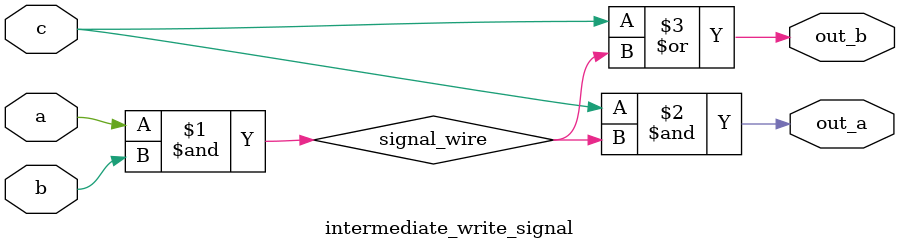
<source format=v>


module basic_logic(
    in_1, in_2, in_3, out_1, out_2
);
    input in_1;
    input in_2;
    input in_3;

    output out_1;
    output out_2;
    
    assign out_2 = in_1 | in_2 | in_3;
    assign out_1 = in_1 & in_2 & in_3;
endmodule



module intermediate_write_signal(
    a, b, c, out_a, out_b
);
    input a;
    input b;
    input c;

    output out_a;
    output out_b;
    wire signal_wire;

    assign signal_wire =  a & b;

    assign out_a = c & signal_wire;
    assign out_b = c | signal_wire;
endmodule
</source>
